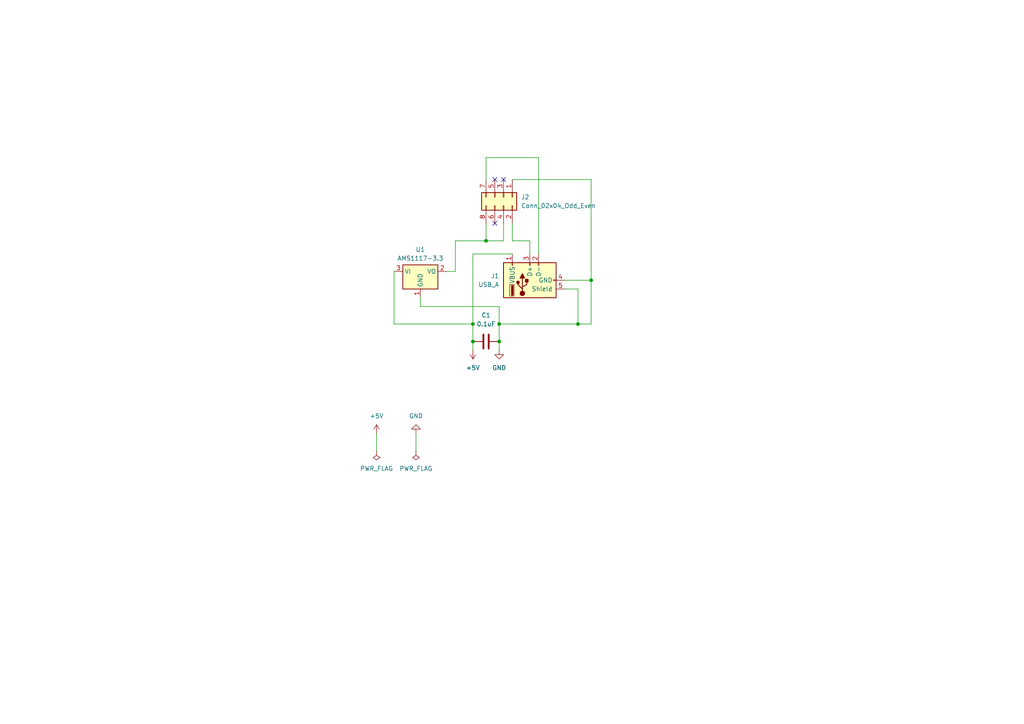
<source format=kicad_sch>
(kicad_sch (version 20230121) (generator eeschema)
  (paper "A4")
  (title_block (title "TRHMSX 1.0 WiFi USB Dongle") (date "2023-10-09") (rev "1.0") (comment 4 "The Retro Hacker"))
  (lib_symbols
    (symbol "Connector:USB_A" (pin_names (offset 1.016))
      (property "Reference" "J" (at -5.08 11.43 0))
      (property "Value" "USB_A" (at -5.08 8.89 0))
      (symbol "USB_A_0_1"
        (rectangle (start -5.08 -7.62) (end 5.08 7.62) (stroke (width 0.254)) (fill (type background)))
        (circle (center -3.81 2.159) (radius 0.635) (stroke (width 0.254)) (fill (type outline)))
        (rectangle (start -1.524 4.826) (end -4.318 5.334) (fill (type outline)))
        (rectangle (start -1.27 4.572) (end -4.572 5.842))
        (circle (center -0.635 3.429) (radius 0.381) (stroke (width 0.254)) (fill (type outline)))
        (rectangle (start -0.127 -7.62) (end 0.127 -6.858))
        (polyline (pts (xy -3.175 2.159) (xy -2.54 2.159) (xy -1.27 3.429) (xy -0.635 3.429)) (stroke (width 0.254)))
        (polyline (pts (xy -2.54 2.159) (xy -1.905 2.159) (xy -1.27 0.889) (xy 0 0.889)) (stroke (width 0.254)))
        (polyline (pts (xy 0.635 2.794) (xy 0.635 1.524) (xy 1.905 2.159) (xy 0.635 2.794)) (stroke (width 0.254)) (fill (type outline)))
        (rectangle (start 0.254 1.27) (end -0.508 0.508) (stroke (width 0.254)) (fill (type outline)))
        (rectangle (start 5.08 -2.667) (end 4.318 -2.413))
        (rectangle (start 5.08 -0.127) (end 4.318 0.127))
        (rectangle (start 5.08 4.953) (end 4.318 5.207))
      )
      (symbol "USB_A_1_1"
        (polyline (pts (xy -1.905 2.159) (xy 0.635 2.159)) (stroke (width 0.254)))
        (pin power_in line (at 7.62 5.08 180) (length 2.54) (name "VBUS") (number "1"))
        (pin bidirectional line (at 7.62 -2.54 180) (length 2.54) (name "D-") (number "2"))
        (pin bidirectional line (at 7.62 0 180) (length 2.54) (name "D+") (number "3"))
        (pin power_in line (at 0 -10.16 90) (length 2.54) (name "GND") (number "4"))
        (pin passive line (at -2.54 -10.16 90) (length 2.54) (name "Shield") (number "5"))
      )
    )
    (symbol "Connector_Generic:Conn_02x04_Odd_Even" (pin_names (offset 1.016) hide)
      (property "Reference" "J" (at 1.27 5.08 0))
      (property "Value" "Conn_02x04_Odd_Even" (at 1.27 -7.62 0))
      (symbol "Conn_02x04_Odd_Even_1_1"
        (rectangle (start -1.27 -4.953) (end 0 -5.207) (stroke (width 0.1524)))
        (rectangle (start -1.27 -2.413) (end 0 -2.667) (stroke (width 0.1524)))
        (rectangle (start -1.27 0.127) (end 0 -0.127) (stroke (width 0.1524)))
        (rectangle (start -1.27 2.667) (end 0 2.413) (stroke (width 0.1524)))
        (rectangle (start -1.27 3.81) (end 3.81 -6.35) (stroke (width 0.254)) (fill (type background)))
        (rectangle (start 3.81 -4.953) (end 2.54 -5.207) (stroke (width 0.1524)))
        (rectangle (start 3.81 -2.413) (end 2.54 -2.667) (stroke (width 0.1524)))
        (rectangle (start 3.81 0.127) (end 2.54 -0.127) (stroke (width 0.1524)))
        (rectangle (start 3.81 2.667) (end 2.54 2.413) (stroke (width 0.1524)))
        (pin passive line (at -5.08 2.54 0) (length 3.81) (name "Pin_1") (number "1"))
        (pin passive line (at 7.62 2.54 180) (length 3.81) (name "Pin_2") (number "2"))
        (pin passive line (at -5.08 0 0) (length 3.81) (name "Pin_3") (number "3"))
        (pin passive line (at 7.62 0 180) (length 3.81) (name "Pin_4") (number "4"))
        (pin passive line (at -5.08 -2.54 0) (length 3.81) (name "Pin_5") (number "5"))
        (pin passive line (at 7.62 -2.54 180) (length 3.81) (name "Pin_6") (number "6"))
        (pin passive line (at -5.08 -5.08 0) (length 3.81) (name "Pin_7") (number "7"))
        (pin passive line (at 7.62 -5.08 180) (length 3.81) (name "Pin_8") (number "8"))
      )
    )
    (symbol "Device:C" (pin_numbers hide) (pin_names (offset 0.254))
      (property "Reference" "C" (at 0.635 2.54 0))
      (property "Value" "C" (at 0.635 -2.54 0))
      (symbol "C_0_1"
        (polyline (pts (xy -2.032 -0.762) (xy 2.032 -0.762)) (stroke (width 0.508)))
        (polyline (pts (xy -2.032 0.762) (xy 2.032 0.762)) (stroke (width 0.508)))
      )
      (symbol "C_1_1"
        (pin passive line (at 0 3.81 270) (length 2.794) (name "~") (number "1"))
        (pin passive line (at 0 -3.81 90) (length 2.794) (name "~") (number "2"))
      )
    )
    (symbol "Regulator_Linear:AMS1117-3.3"
      (property "Reference" "U" (at -3.81 3.175 0))
      (property "Value" "AMS1117-3.3" (at 0 3.175 0))
      (symbol "AMS1117-3.3_0_1"
        (rectangle (start -5.08 -5.08) (end 5.08 1.905) (stroke (width 0.254)) (fill (type background)))
      )
      (symbol "AMS1117-3.3_1_1"
        (pin power_in line (at 0 -7.62 90) (length 2.54) (name "GND") (number "1"))
        (pin power_out line (at 7.62 0 180) (length 2.54) (name "VO") (number "2"))
        (pin power_in line (at -7.62 0 0) (length 2.54) (name "VI") (number "3"))
      )
    )
    (symbol "power:+5V" (power) (pin_names (offset 0))
      (property "Value" "+5V" (at 0 3.556 0))
      (symbol "+5V_0_1"
        (polyline (pts (xy -0.762 1.27) (xy 0 2.54)))
        (polyline (pts (xy 0 0) (xy 0 2.54)))
        (polyline (pts (xy 0 2.54) (xy 0.762 1.27)))
      )
      (symbol "+5V_1_1"
        (pin power_in line (at 0 0 90) (length 0) hide (name "+5V") (number "1"))
      )
    )
    (symbol "power:GND" (power) (pin_names (offset 0))
      (property "Value" "GND" (at 0 -3.81 0))
      (symbol "GND_0_1"
        (polyline (pts (xy 0 0) (xy 0 -1.27) (xy 1.27 -1.27) (xy 0 -2.54) (xy -1.27 -1.27) (xy 0 -1.27)))
      )
      (symbol "GND_1_1"
        (pin power_in line (at 0 0 270) (length 0) hide (name "GND") (number "1"))
      )
    )
    (symbol "power:PWR_FLAG" (power) (pin_numbers hide) (pin_names (offset 0) hide)
      (property "Value" "PWR_FLAG" (at 0 3.81 0))
      (symbol "PWR_FLAG_0_0"
        (pin power_out line (at 0 0 90) (length 0) (name "pwr") (number "1"))
      )
      (symbol "PWR_FLAG_0_1"
        (polyline (pts (xy 0 0) (xy 0 1.27) (xy -1.016 1.905) (xy 0 2.54) (xy 1.016 1.905) (xy 0 1.27)))
      )
    )
  )
  (junction (at 140.97 69.85))
  (junction (at 144.78 93.98))
  (junction (at 137.16 99.06))
  (junction (at 137.16 93.98))
  (junction (at 167.64 93.98))
  (junction (at 144.78 99.06))
  (junction (at 171.45 81.28))
  (no_connect (at 146.05 52.07))
  (no_connect (at 143.51 52.07))
  (no_connect (at 143.51 64.77))
  (wire (pts (xy 148.59 64.77) (xy 148.59 69.85)))
  (wire (pts (xy 163.83 81.28) (xy 171.45 81.28)))
  (wire (pts (xy 144.78 99.06) (xy 144.78 101.6)))
  (wire (pts (xy 171.45 81.28) (xy 171.45 93.98)))
  (wire (pts (xy 171.45 52.07) (xy 171.45 81.28)))
  (wire (pts (xy 140.97 64.77) (xy 140.97 69.85)))
  (wire (pts (xy 144.78 93.98) (xy 167.64 93.98)))
  (wire (pts (xy 140.97 52.07) (xy 140.97 45.72)))
  (wire (pts (xy 140.97 69.85) (xy 132.08 69.85)))
  (wire (pts (xy 144.78 88.9) (xy 144.78 93.98)))
  (wire (pts (xy 137.16 101.6) (xy 137.16 99.06)))
  (wire (pts (xy 146.05 64.77) (xy 146.05 69.85)))
  (wire (pts (xy 120.65 125.73) (xy 120.65 130.81)))
  (wire (pts (xy 146.05 69.85) (xy 140.97 69.85)))
  (wire (pts (xy 148.59 52.07) (xy 171.45 52.07)))
  (wire (pts (xy 163.83 83.82) (xy 167.64 83.82)))
  (wire (pts (xy 167.64 83.82) (xy 167.64 93.98)))
  (wire (pts (xy 137.16 99.06) (xy 137.16 93.98)))
  (wire (pts (xy 156.21 45.72) (xy 156.21 73.66)))
  (wire (pts (xy 148.59 69.85) (xy 153.67 69.85)))
  (wire (pts (xy 144.78 93.98) (xy 144.78 99.06)))
  (wire (pts (xy 114.3 93.98) (xy 137.16 93.98)))
  (wire (pts (xy 132.08 78.74) (xy 129.54 78.74)))
  (wire (pts (xy 167.64 93.98) (xy 171.45 93.98)))
  (wire (pts (xy 137.16 73.66) (xy 137.16 93.98)))
  (wire (pts (xy 114.3 78.74) (xy 114.3 93.98)))
  (wire (pts (xy 148.59 73.66) (xy 137.16 73.66)))
  (wire (pts (xy 153.67 69.85) (xy 153.67 73.66)))
  (wire (pts (xy 121.92 86.36) (xy 121.92 88.9)))
  (wire (pts (xy 109.22 125.73) (xy 109.22 130.81)))
  (wire (pts (xy 121.92 88.9) (xy 144.78 88.9)))
  (wire (pts (xy 140.97 45.72) (xy 156.21 45.72)))
  (wire (pts (xy 132.08 69.85) (xy 132.08 78.74)))
  (symbol (lib_id "Regulator_Linear:AMS1117-3.3") (at 121.92 78.74 0) (unit 1)
    (property "Reference" "U1" (at 121.92 72.39 0))
    (property "Value" "AMS1117-3.3" (at 121.92 74.93 0))
    (property "Footprint" "Package_TO_SOT_SMD:SOT-223-3_TabPin2" (effects hide))
    (property "Datasheet" "http://www.advanced-monolithic.com/pdf/ds1117.pdf" (effects hide))
  )
  (symbol (lib_id "power:+5V") (at 137.16 101.6 180) (unit 1)
    (property "Reference" "#PWR02" (effects hide))
    (property "Value" "+5V" (at 137.16 106.68 0))
  )
  (symbol (lib_id "power:GND") (at 120.65 125.73 180) (unit 1)
    (property "Reference" "#PWR04" (effects hide))
    (property "Value" "GND" (at 120.65 120.65 0))
  )
  (symbol (lib_id "power:+5V") (at 109.22 125.73 0) (unit 1)
    (property "Reference" "#PWR03" (effects hide))
    (property "Value" "+5V" (at 109.22 120.65 0))
  )
  (symbol (lib_id "Connector:USB_A") (at 153.67 81.28 90) (unit 1)
    (property "Reference" "J1" (at 144.78 80.01 90) (effects (justify left)))
    (property "Value" "USB_A" (at 144.78 82.55 90) (effects (justify left)))
    (property "Footprint" "footprints:MOLEX_48037-0001" (effects hide))
    (property "Datasheet" " ~" (effects hide))
  )
  (symbol (lib_id "power:GND") (at 144.78 101.6 0) (unit 1)
    (property "Reference" "#PWR01" (effects hide))
    (property "Value" "GND" (at 144.78 106.68 0))
  )
  (symbol (lib_id "Device:C") (at 140.97 99.06 90) (unit 1)
    (property "Reference" "C1" (at 140.97 91.44 90))
    (property "Value" "0.1uF" (at 140.97 93.98 90))
    (property "Footprint" "Capacitor_SMD:C_0805_2012Metric" (effects hide))
  )
  (symbol (lib_id "power:PWR_FLAG") (at 120.65 130.81 180) (unit 1)
    (property "Reference" "#FLG02" (effects hide))
    (property "Value" "PWR_FLAG" (at 120.65 135.89 0))
  )
  (symbol (lib_id "power:PWR_FLAG") (at 109.22 130.81 180) (unit 1)
    (property "Reference" "#FLG01" (effects hide))
    (property "Value" "PWR_FLAG" (at 109.22 135.89 0))
  )
  (symbol (lib_id "Connector_Generic:Conn_02x04_Odd_Even") (at 146.05 57.15 270) (unit 1)
    (property "Reference" "J2" (at 151.13 57.15 90) (effects (justify left)))
    (property "Value" "Conn_02x04_Odd_Even" (at 151.13 59.69 90) (effects (justify left)))
    (property "Footprint" "Connector_PinHeader_2.54mm:PinHeader_2x04_P2.54mm_Vertical" (effects hide))
  )
)
</source>
